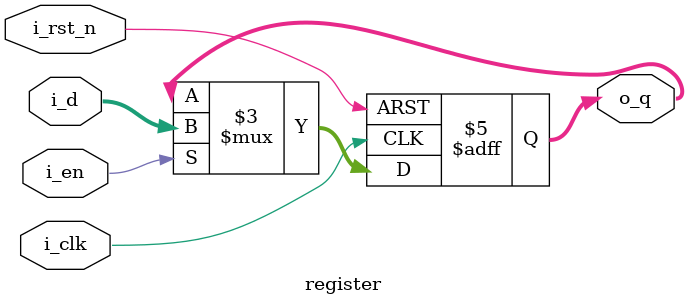
<source format=v>
module register #(parameter WIDTH=32, RST_VALUE = 32'b0)
                (output reg [WIDTH-1:0] o_q,
                 input wire             i_en,
                 input wire [WIDTH-1:0] i_d,
                 input wire             i_rst_n, i_clk);

always @(posedge i_clk, negedge i_rst_n)
begin
	if (!i_rst_n)
		o_q <= RST_VALUE;
	else begin
		if (i_en)
			o_q <= i_d;
	end
end

endmodule


</source>
